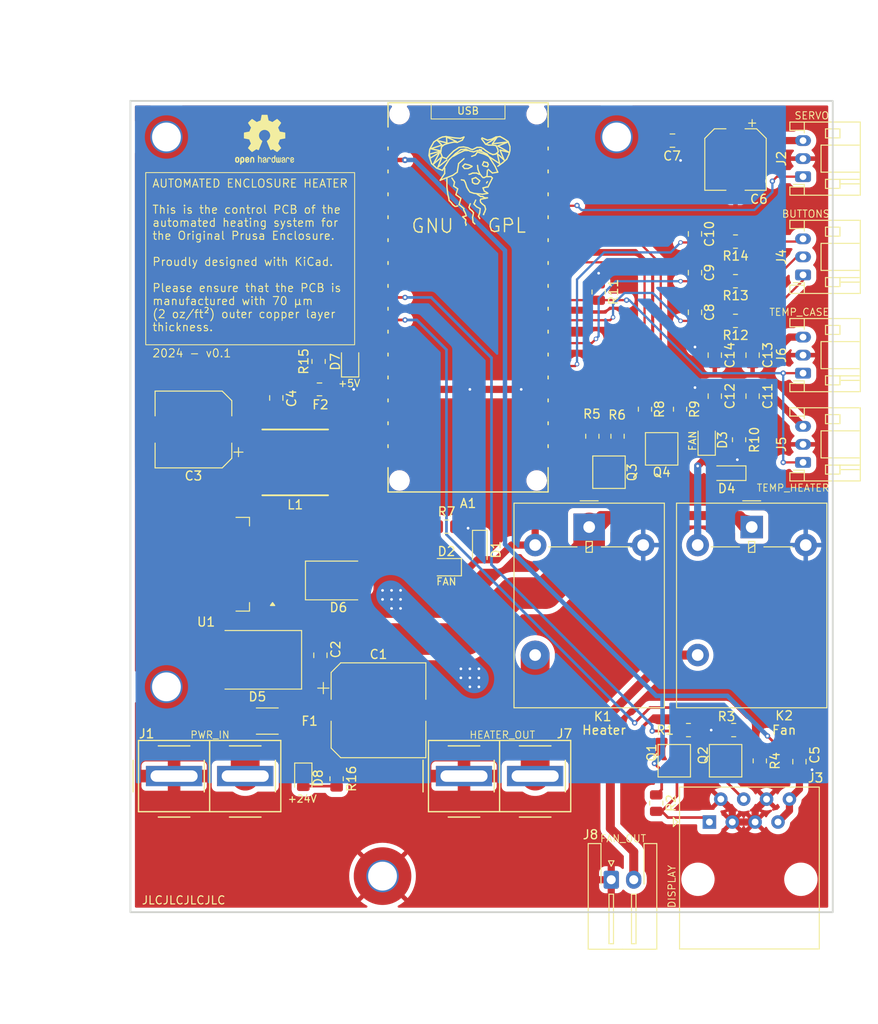
<source format=kicad_pcb>
(kicad_pcb (version 20240108) (generator "pcbnew") (generator_version "8.0")
  (layers (0 "F.Cu" signal) (31 "B.Cu" signal) (34 "B.Paste" user) (35 "F.Paste" user) (36 "B.SilkS" user "B.Silkscreen") (37 "F.SilkS" user "F.Silkscreen") (38 "B.Mask" user) (39 "F.Mask" user) (44 "Edge.Cuts" user))
  (net 0 "")
  (net 1 "/BUTTON_SELECT_GPIO")
  (net 2 "/TEMP_GPIO")
  (net 3 "+3.3V")
  (net 4 "GND")
  (net 5 "/HEATER_GPIO")
  (net 6 "/DISPLAY_SDA_GPIO")
  (net 7 "/BUTTON_DOWN_GPIO")
  (net 8 "/FAN_GPIO")
  (net 9 "/BUTTON_UP_GPIO")
  (net 10 "/DISPLAY_SCL_GPIO")
  (net 11 "/SERVO_GPIO")
  (net 12 "+5V")
  (net 13 "+24V")
  (net 14 "/+5V_LM2596_FEEDBACK")
  (net 15 "/HEATER_RELAY_COIL")
  (net 16 "Net-(D2-A)")
  (net 17 "Net-(D3-A)")
  (net 18 "/FAN_RELAY_COIL")
  (net 19 "/+5V_LM2596_OUT")
  (net 20 "/PWR_IN")
  (net 21 "/DISPLAY_SCL_OUT")
  (net 22 "/DISPLAY_SDA_OUT")
  (net 23 "/BUTTON_SELECT_OUT")
  (net 24 "/BUTTON_UP_OUT")
  (net 25 "/BUTTON_DOWN_OUT")
  (net 26 "/HEATER_OUT")
  (net 27 "/FAN_OUT")
  (net 28 "Net-(Q3-G)")
  (net 29 "Net-(Q4-G)")
  (net 47 "Net-(D7-A)")
  (net 48 "Net-(D8-A)")
  (footprint "LED_SMD:LED_0805_2012Metric" (layer "F.Cu") (at 195.4 122.5375 -90)
    (property "Reference" "D8")
    (property "Value" "YELLOW")
  )
  (footprint "MountingHole:MountingHole_3.2mm_M3_Pad_TopOnly" (layer "F.Cu") (at 180.2 51.4 180)
    (property "Reference" "H2" (hide yes))
    (property "Value" "MountingHole_Pad" (hide yes))
  )
  (footprint "Resistor_SMD:R_0805_2012Metric" (layer "F.Cu") (at 227.5 84.6 90)
    (property "Reference" "R5")
    (property "Value" "1k")
  )
  (footprint "Connector_RJ:RJ45_Amphenol_54602-x08_Horizontal" (layer "F.Cu") (at 240.5 127.4)
    (property "Reference" "J3")
    (property "Value" "RJ45")
  )
  (footprint "LED_SMD:LED_0805_2012Metric" (layer "F.Cu") (at 211.275 99.1275 180)
    (property "Reference" "D2")
    (property "Value" "RED")
  )
  (footprint "Connector_JST:JST_PH_S3B-PH-K_1x03_P2.00mm_Horizontal" (layer "F.Cu") (at 250.9 87.5 90)
    (property "Reference" "J5")
    (property "Value" "DS18B20 Heater")
  )
  (footprint "Capacitor_SMD:C_0805_2012Metric" (layer "F.Cu") (at 241.1 75.6 -90)
    (property "Reference" "C14")
    (property "Value" "0.1u")
  )
  (footprint "Symbol:Symbol_GNU-Logo_SilkscreenTop" (layer "F.Cu") (at 214.1 55.1)
    (property "Reference" "REF**" (hide yes))
    (property "Value" "Symbol_GNU-Logo_SilkscreenTop" (hide yes))
  )
  (footprint "Connector_JST:JST_PH_S3B-PH-K_1x03_P2.00mm_Horizontal" (layer "F.Cu") (at 250.9 55.8 90)
    (property "Reference" "J2")
    (property "Value" "Servo")
  )
  (footprint "PCM_Package_TO_SOT_SMD_AKL:SOT-23" (layer "F.Cu") (at 229.35 88.5875 -90)
    (property "Reference" "Q3")
    (property "Value" "BSS138BK" (hide yes))
  )
  (footprint "Resistor_SMD:R_0805_2012Metric" (layer "F.Cu") (at 199.1 122.6 -90)
    (property "Reference" "R16")
    (property "Value" "2.2k")
  )
  (footprint "Resistor_SMD:R_0805_2012Metric" (layer "F.Cu") (at 230.3 84.6 -90)
    (property "Reference" "R6")
    (property "Value" "100k")
  )
  (footprint "Diode_SMD:D_MicroSMP_AK" (layer "F.Cu") (at 215 97.18 -90)
    (property "Reference" "D1")
    (property "Value" "MSE1PJ" (hide yes))
  )
  (footprint "Resistor_SMD:R_0805_2012Metric" (layer "F.Cu") (at 211.3125 94.6275 180)
    (property "Reference" "R7")
    (property "Value" "200")
  )
  (footprint "Capacitor_SMD:CP_Elec_6.3x5.9" (layer "F.Cu") (at 243.4 53.9 -90)
    (property "Reference" "C6")
    (property "Value" "120u")
  )
  (footprint "Library:Anderson_PowerPole_25A_Right_Angle_Pair" (layer "F.Cu") (at 217.2 122.3)
    (property "Reference" "J7")
    (property "Value" "PowerPole Heater Connector" (hide yes))
  )
  (footprint "Resistor_SMD:R_0805_2012Metric" (layer "F.Cu") (at 243.4 63)
    (property "Reference" "R14")
    (property "Value" "1k")
  )
  (footprint "Capacitor_SMD:C_0805_2012Metric" (layer "F.Cu") (at 238.9 70.85 90)
    (property "Reference" "C8")
    (property "Value" "0.47u")
  )
  (footprint "Capacitor_SMD:C_0805_2012Metric" (layer "F.Cu") (at 241.1 80.15 -90)
    (property "Reference" "C12")
    (property "Value" "0.1u")
  )
  (footprint "Diode_SMD:D_SMC" (layer "F.Cu") (at 190.3 109.4 180)
    (property "Reference" "D5")
    (property "Value" "SMCJ24A")
  )
  (footprint "Resistor_SMD:R_0805_2012Metric" (layer "F.Cu") (at 246.1 120.6125 90)
    (property "Reference" "R4")
    (property "Value" "10k")
  )
  (footprint "Capacitor_SMD:C_0805_2012Metric" (layer "F.Cu") (at 192.4 80.35 -90)
    (property "Reference" "C4")
    (property "Value" "0.1u")
  )
  (footprint "PCM_Package_TO_SOT_SMD_AKL:SOT-23" (layer "F.Cu") (at 236.6 120.6 90)
    (property "Reference" "Q1")
    (property "Value" "BSS138BK" (hide yes))
  )
  (footprint "Connector_JST:JST_XH_S2B-XH-A-1_1x02_P2.50mm_Horizontal" (layer "F.Cu") (at 229.6 133.8)
    (property "Reference" "J8")
    (property "Value" "JST-XH Fan Connector")
  )
  (footprint "Library:Relay_SPST_NO_Omron-G5LE-1A" (layer "F.Cu") (at 245.2 94.6725)
    (property "Reference" "K2")
    (property "Value" "G5LE-1A")
  )
  (footprint "MountingHole:MountingHole_3.2mm_M3_Pad_TopOnly" (layer "F.Cu") (at 204.2 133.4)
    (property "Reference" "H3" (hide yes))
    (property "Value" "MountingHole_Pad")
  )
  (footprint "Library:Anderson_PowerPole_25A_Right_Angle_Pair" (layer "F.Cu") (at 185 122.3)
    (property "Reference" "J1")
    (property "Value" "PowerPole Power in" (hide yes))
  )
  (footprint "Resistor_SMD:R_0805_2012Metric" (layer "F.Cu") (at 243.2 117.2)
    (property "Reference" "R3")
    (property "Value" "10k")
  )
  (footprint "Resistor_SMD:R_0805_2012Metric" (layer "F.Cu") (at 238.175 117.2 180)
    (property "Reference" "R1")
    (property "Value" "10k")
  )
  (footprint "Package_TO_SOT_SMD:TO-263-5_TabPin3" (layer "F.Cu") (at 184.6 98.8 180)
    (property "Reference" "U1")
    (property "Value" "LM2596S-5")
  )
  (footprint "Capacitor_SMD:C_0805_2012Metric" (layer "F.Cu") (at 245.3 75.6 -90)
    (property "Reference" "C13")
    (property "Value" "10u")
  )
  (footprint "Resistor_SMD:R_0805_2012Metric" (layer "F.Cu") (at 228.2 68.6 -90)
    (property "Reference" "R11")
    (property "Value" "4.7k")
  )
  (footprint "LED_SMD:LED_0805_2012Metric" (layer "F.Cu") (at 200.6 76.3375 90)
    (property "Reference" "D7")
    (property "Value" "GREEN")
  )
  (footprint "Connector_JST:JST_PH_S3B-PH-K_1x03_P2.00mm_Horizontal" (layer "F.Cu") (at 250.9 66.7 90)
    (property "Reference" "J4")
    (property "Value" "Buttons")
  )
  (footprint "Resistor_SMD:R_0805_2012Metric" (layer "F.Cu") (at 243.4 67.4)
    (property "Reference" "R13")
    (property "Value" "1k" (hide yes))
  )
  (footprint "Resistor_SMD:R_0805_2012Metric" (layer "F.Cu") (at 234.6 125.3 -90)
    (property "Reference" "R2")
    (property "Value" "10k")
  )
  (footprint "PCM_Package_TO_SOT_SMD_AKL:SOT-23" (layer "F.Cu") (at 235.2 86)
    (property "Reference" "Q4")
    (property "Value" "BSS138BK" (hide yes))
  )
  (footprint "Symbol:OSHW-Logo2_7.3x6mm_SilkScreen" (layer "F.Cu") (at 191.1 51.7)
    (property "Reference" "REF**" (hide yes))
    (property "Value" "OSHW-Logo2_7.3x6mm_SilkScreen" (hide yes))
  )
  (footprint "Resistor_SMD:R_0805_2012Metric" (layer "F.Cu") (at 197.1 76.3 90)
    (property "Reference" "R15")
    (property "Value" "300")
  )
  (footprint "Capacitor_SMD:C_0805_2012Metric" (layer "F.Cu") (at 236.4 51.8 180)
    (property "Reference" "C7")
    (property "Value" "0.1u")
  )
  (footprint "Diode_SMD:D_MicroSMP_AK" (layer "F.Cu") (at 242.42 88.7 180)
    (property "Reference" "D4")
    (property "Value" "MSE1PJ" (hide yes))
  )
  (footprint "LED_SMD:LED_0805_2012Metric" (layer "F.Cu") (at 240.2 85.025 90)
    (property "Reference" "D3")
    (property "Value" "RED")
  )
  (footprint "Connector_JST:JST_PH_S3B-PH-K_1x03_P2.00mm_Horizontal" (layer "F.Cu") (at 250.9 77.6 90)
    (property "Reference" "J6")
    (property "Value" "DS18B20 Case")
  )
  (footprint "Resistor_SMD:R_0805_2012Metric" (layer "F.Cu") (at 243.4 71.8)
    (property "Reference" "R12")
    (property "Value" "1k" (hide yes))
  )
  (footprint "Capacitor_SMD:C_0805_2012Metric" (layer "F.Cu") (at 245.3 80.15 -90)
    (property "Reference" "C11")
    (property "Value" "10u")
  )
  (footprint "PCM_arduino-library:Arduino_Nano_Every_Tile" (layer "F.Cu") (at 213.7 47.6 180)
    (property "Reference" "A1")
    (property "Value" "Arduino_Nano_Every_Tile")
  )
  (footprint "Resistor_SMD:R_0805_2012Metric" (layer "F.Cu") (at 243.8 84.9875 90)
    (property "Reference" "R10")
    (property "Value" "200")
  )
  (footprint "MountingHole:MountingHole_3.2mm_M3_Pad_TopOnly" (layer "F.Cu") (at 230.2 51.4 180)
    (property "Reference" "H1" (hide yes))
    (property "Value" "MountingHole_Pad" (hide yes))
  )
  (footprint "Resistor_SMD:R_0805_2012Metric" (layer "F.Cu") (at 237.2475 81.6 -90)
    (property "Reference" "R9")
    (property "Value" "100k")
  )
  (footprint "Capacitor_SMD:C_0805_2012Metric" (layer "F.Cu") (at 238.9 62.15 90)
    (property "Reference" "C10")
    (property "Value" "0.47u")
  )
  (footprint "Fuse:Fuse_0805_2012Metric" (layer "F.Cu") (at 197.2 79.4 180)
    (property "Reference" "F2")
    (property "Value" "0805L110")
  )
  (footprint "Library:Relay_SPST_NO_Omron-G5LE-1A" (layer "F.Cu") (at 227.15 94.6725)
    (property "Reference" "K1")
    (property "Value" "G5LE-1A")
  )
  (footprint "Fuse:Fuse_Littelfuse-NANO2-451_453" (layer "F.Cu") (at 191.4 116.2)
    (property "Reference" "F1")
    (property "Value" "0451010")
  )
  (footprint "Resistor_SMD:R_0805_2012Metric" (layer "F.Cu") (at 233.3475 81.6 90)
    (property "Reference" "R8")
    (property "Value" "1k")
  )
  (footprint "PCM_Package_TO_SOT_SMD_AKL:SOT-23" (layer "F.Cu") (at 242.3 120.6 180)
    (property "Reference" "Q2")
    (property "Value" "BSS138BK" (hide yes))
  )
  (footprint "MountingHole:MountingHole_3.2mm_M3_Pad_TopOnly" (layer "F.Cu") (at 180.2 112.4)
    (property "Reference" "H4" (hide yes))
    (property "Value" "MountingHole_Pad")
  )
  (footprint "Capacitor_SMD:C_0805_2012Metric" (layer "F.Cu") (at 238.9 66.45 90)
    (property "Reference" "C9")
    (property "Value" "0.47u")
  )
  (footprint "Library:L_Bourns_SRP7050WA_Series" (layer "F.Cu") (at 194.5 87.5 180)
    (property "Reference" "L1")
    (property "Value" "100u" (hide yes))
  )
  (footprint "Diode_SMD:D_SMB" (layer "F.Cu") (at 199.3 100.6)
    (property "Reference" "D6")
    (property "Value" "SK56A")
  )
  (footprint "Capacitor_SMD:CP_Elec_10x12.6" (layer "F.Cu") (at 203.75 115)
    (property "Reference" "C1")
    (property "Value" "150u")
  )
  (footprint "Library:CP_Elec_8x12.2_KEMET" (layer "F.Cu") (at 183.2 83.85 180)
    (property "Reference" "C3")
    (property "Value" "390u")
  )
  (footprint "Capacitor_SMD:C_0805_2012Metric" (layer "F.Cu") (at 197.3 108.9 90)
    (property "Reference" "C2")
    (property "Value" "0.1u")
  )
  (footprint "Capacitor_SMD:C_0805_2012Metric" (layer "F.Cu") (at 250.5 120.7 90)
    (property "Reference" "C5")
    (property "Value" "0.1u")
  )
  (gr_line (start 209.6 49.4) (end 209.6 47.8) (stroke (width 0.1)) (layer "F.SilkS"))
  (gr_line (start 217.8 49.4) (end 209.6 49.4) (stroke (width 0.1)) (layer "F.SilkS"))
  (gr_line (start 217.8 47.8) (end 217.8 49.4) (stroke (width 0.1)) (layer "F.SilkS"))
  (gr_rect (start 176.2 47.4) (end 254.2 137.4) (stroke (width 0.2)) (fill none) (layer "Edge.Cuts"))
  (gr_text "+5V" (at 199.2 79.2 0) (layer "F.SilkS") (effects (font (size 0.8 0.8) (thickness 0.125)) (justify left bottom)))
  (gr_text "FAN_OUT" (at 228.3 129.7 0) (layer "F.SilkS") (effects (font (size 0.8 0.8) (thickness 0.1)) (justify left bottom)))
  (gr_text "FAN" (at 210.1 101.2 0) (layer "F.SilkS") (effects (font (size 0.8 0.8) (thickness 0.125)) (justify left bottom)))
  (gr_text "TEMP_CASE" (at 247.1 71.3 0) (layer "F.SilkS") (effects (font (size 0.8 0.8) (thickness 0.1)) (justify left bottom)))
  (gr_text "JLCJLCJLCJLC" (at 177.4 136.6 0) (layer "F.SilkS") (effects (font (size 0.9 0.9) (thickness 0.125)) (justify left bottom)))
  (gr_text "PWR_IN" (at 182.8 118.2 0) (layer "F.SilkS") (effects (font (size 0.8 0.8) (thickness 0.1)) (justify left bottom)))
  (gr_text "BUTTONS" (at 248.5 60.4 0) (layer "F.SilkS") (effects (font (size 0.8 0.8) (thickness 0.1)) (justify left bottom)))
  (gr_text "+24V" (at 193.6 125.3 0) (layer "F.SilkS") (effects (font (size 0.8 0.8) (thickness 0.125)) (justify left bottom)))
  (gr_text "DISPLAY" (at 236.8 137 90) (layer "F.SilkS") (effects (font (size 0.8 0.8) (thickness 0.1)) (justify left bottom)))
  (gr_text "HEATER_OUT" (at 213.8 118.2 0) (layer "F.SilkS") (effects (font (size 0.8 0.8) (thickness 0.1)) (justify left bottom)))
  (gr_text "TEMP_HEATER" (at 245.7 90.8 0) (layer "F.SilkS") (effects (font (size 0.8 0.8) (thickness 0.1)) (justify left bottom)))
  (gr_text "FAN" (at 239.1 86.3 90) (layer "F.SilkS") (effects (font (size 0.8 0.8) (thickness 0.125)) (justify left bottom)))
  (gr_text "SERVO" (at 249.9 49.5 0) (layer "F.SilkS") (effects (font (size 0.8 0.8) (thickness 0.1)) (justify left bottom)))
  (gr_text_box "AUTOMATED ENCLOSURE HEATER\n\nThis is the control PCB of the automated heating system for the Original Prusa Enclosure.\n\nProudly designed with KiCad.\n\nPlease ensure that the PCB is manufactured with 70 μm\n(2 oz/ft²) outer copper layer thickness.\n\n2024 - v0.1" (start 177.9 55.35) (end 201.1 74.45) (layer "F.SilkS") (effects (font (size 0.9 0.9) (thickness 0.1125)) (justify left top)) (border yes) (stroke (width 0.1)))
  (segment (start 227.43 74.27) (end 223.225 74.27) (width 0.25) (layer "F.Cu") (net 1))
  (segment (start 238.9 67.4) (end 237.3 67.4) (width 0.25) (layer "F.Cu") (net 1))
  (segment (start 242.4875 67.4) (end 238.9 67.4) (width 0.25) (layer "F.Cu") (net 1))
  (segment (start 227.9 73.8) (end 227.43 74.27) (width 0.25) (layer "F.Cu") (net 1))
  (via (at 227.9 73.8) (size 0.5) (drill 0.3) (layers "F.Cu" "B.Cu") (net 1))
  (via (at 237.3 67.4) (size 0.5) (drill 0.3) (layers "F.Cu" "B.Cu") (net 1))
  (segment (start 228.2 73.5) (end 228.2 69.3) (width 0.25) (layer "B.Cu") (net 1))
  (segment (start 230.1 67.4) (end 237.3 67.4) (width 0.25) (layer "B.Cu") (net 1))
  (segment (start 228.2 69.3) (end 230.1 67.4) (width 0.25) (layer "B.Cu") (net 1))
  (segment (start 227.9 73.8) (end 228.2 73.5) (width 0.25) (layer "B.Cu") (net 1))
  (segment (start 231.3 69.5) (end 228.2125 69.5) (width 0.25) (layer "F.Cu") (net 2))
  (segment (start 250.9 87.5) (end 248.7 87.5) (width 0.25) (layer "F.Cu") (net 2))
  (segment (start 228.2125 69.5) (end 228.2 69.5125) (width 0.25) (layer "F.Cu") (net 2))
  (segment (start 250.9 77.6) (end 248.7 77.6) (width 0.25) (layer "F.Cu") (net 2))
  (segment (start 228.2 69.5125) (end 228.1875 69.5) (width 0.25) (layer "F.Cu") (net 2))
  (segment (start 223.535 69.5) (end 223.225 69.19) (width 0.25) (layer "F.Cu") (net 2))
  (segment (start 228.1875 69.5) (end 223.535 69.5) (width 0.25) (layer "F.Cu") (net 2))
  (via (at 231.3 69.5) (size 0.6) (drill 0.3) (layers "F.Cu" "B.Cu") (net 2))
  (via (at 248.7 77.6) (size 0.6) (drill 0.3) (layers "F.Cu" "B.Cu") (net 2))
  (via (at 248.7 87.5) (size 0.6) (drill 0.3) (layers "F.Cu" "B.Cu") (net 2))
  (segment (start 231.6 69.5) (end 239.7 77.6) (width 0.25) (layer "B.Cu") (net 2))
  (segment (start 239.7 77.6) (end 248.7 77.6) (width 0.25) (layer "B.Cu") (net 2))
  (segment (start 248.7 87.5) (end 248.7 77.6) (width 0.25) (layer "B.Cu") (net 2))
  (segment (start 231.3 69.5) (end 231.6 69.5) (width 0.25) (layer "B.Cu") (net 2))
  (segment (start 206.7 53.95) (end 204.475 53.95) (width 0.5) (layer "F.Cu") (net 3))
  (segment (start 247.55 120.383642) (end 246.408642 121.525) (width 0.3) (layer "F.Cu") (net 3))
  (segment (start 234.4 120.9) (end 235 121.5) (width 0.3) (layer "F.Cu") (net 3))
  (segment (start 235.1 121.6) (end 235 121.5) (width 0.3) (layer "F.Cu") (net 3))
  (segment (start 235.2 123.7875) (end 234.6 124.3875) (width 0.3) (layer "F.Cu") (net 3))
  (segment (start 246.1 121.525) (end 243.325 121.525) (width 0.3) (layer "F.Cu") (net 3))
  (segment (start 243.325 121.525) (end 243.3 121.55) (width 0.3) (layer "F.Cu") (net 3))
  (segment (start 235 121.5) (end 235.2 121.7) (width 0.3) (layer "F.Cu") (net 3))
  (segment (start 235.65 121.6) (end 235.1 121.6) (width 0.3) (layer "F.Cu") (net 3))
  (segment (start 246.95 117.85) (end 247.55 118.45) (width 0.3) (layer "F.Cu") (net 3))
  (segment (start 235.2 121.7) (end 235.2 123.7875) (width 0.3) (layer "F.Cu") (net 3))
  (segment (start 247.55 118.45) (end 247.55 120.383642) (width 0.3) (layer "F.Cu") (net 3))
  (segment (start 246.408642 121.525) (end 246.1 121.525) (width 0.3) (layer "F.Cu") (net 3))
  (via (at 246.95 117.85) (size 0.6) (drill 0.3) (layers "F.Cu" "B.Cu") (net 3))
  (via (at 206.7 53.95) (size 0.7) (drill 0.3) (layers "F.Cu" "B.Cu") (net 3))
  (via (at 234.4 120.9) (size 0.6) (drill 0.3) (layers "F.Cu" "B.Cu") (net 3))
  (segment (start 235.3 120) (end 235.3 113.4) (width 0.5) (layer "B.Cu") (net 3))
  (segment (start 234.6 113.4) (end 235.3 113.4) (width 0.5) (layer "B.Cu") (net 3))
  (segment (start 234.4 120.9) (end 235.3 120) (width 0.5) (layer "B.Cu") (net 3))
  (segment (start 206.7 53.95) (end 207.75 53.95) (width 0.5) (layer "B.Cu") (net 3))
  (segment (start 242.5 113.4) (end 235.3 113.4) (width 0.5) (layer "B.Cu") (net 3))
  (segment (start 246.95 117.85) (end 242.5 113.4) (width 0.5) (layer "B.Cu") (net 3))
  (segment (start 217.8 64) (end 217.8 96.6) (width 0.5) (layer "B.Cu") (net 3))
  (segment (start 217.8 96.6) (end 234.6 113.4) (width 0.5) (layer "B.Cu") (net 3))
  (segment (start 207.75 53.95) (end 217.8 64) (width 0.5) (layer "B.Cu") (net 3))
  (segment (start 243.04 127.4) (end 243.04 126.13) (width 0.8) (layer "F.Cu") (net 4))
  (segment (start 245.58 127.4) (end 245.58 126.13) (width 0.8) (layer "F.Cu") (net 4))
  (segment (start 243.04 127.4) (end 245.58 127.4) (width 0.8) (layer "F.Cu") (net 4))
  (segment (start 245.58 126.13) (end 246.85 124.86) (width 0.8) (layer "F.Cu") (net 4))
  (segment (start 243.04 126.13) (end 241.77 124.86) (width 0.8) (layer "F.Cu") (net 4))
  (via (at 213.9 112.4) (size 0.6) (drill 0.3) (layers "F.Cu" "B.Cu") (net 4))
  (via (at 214.9 111.4) (size 0.6) (drill 0.3) (layers "F.Cu" "B.Cu") (net 4))
  (via (at 205.2 102.7) (size 0.6) (drill 0.3) (layers "F.Cu" "B.Cu") (net 4))
  (via (at 212.9 110.4) (size 0.6) (drill 0.3) (layers "F.Cu" "B.Cu") (net 4))
  (via (at 206.2 101.7) (size 0.6) (drill 0.3) (layers "F.Cu" "B.Cu") (net 4))
  (via (at 213.9 110.4) (size 0.6) (drill 0.3) (layers "F.Cu" "B.Cu") (net 4))
  (via (at 205.2 101.7) (size 0.6) (drill 0.3) (layers "F.Cu" "B.Cu") (net 4))
  (via (at 214.9 110.4) (size 0.6) (drill 0.3) (layers "F.Cu" "B.Cu") (net 4))
  (via (at 206.2 102.7) (size 0.6) (drill 0.3) (layers "F.Cu" "B.Cu") (net 4))
  (via (at 204.2 101.7) (size 0.6) (drill 0.3) (layers "F.Cu" "B.Cu") (net 4))
  (via (at 205.2 103.7) (size 0.6) (drill 0.3) (layers "F.Cu" "B.Cu") (net 4))
  (via (at 204.2 102.7) (size 0.6) (drill 0.3) (layers "F.Cu" "B.Cu") (net 4))
  (via (at 206.2 103.7) (size 0.6) (drill 0.3) (layers "F.Cu" "B.Cu") (net 4))
  (via (at 214.9 112.4) (size 0.6) (drill 0.3) (layers "F.Cu" "B.Cu") (net 4))
  (via (at 213.9 111.4) (size 0.6) (drill 0.3) (layers "F.Cu" "B.Cu") (net 4))
  (via (at 212.9 111.4) (size 0.6) (drill 0.3) (layers "F.Cu" "B.Cu") (net 4))
  (segment (start 205.1 102.2) (end 214.4 111.5) (width 3.2) (layer "B.Cu") (net 4))
  (segment (start 224.15 66.65) (end 223.225 66.65) (width 0.25) (layer "F.Cu") (net 5))
  (segment (start 233.3 76.6) (end 233.3 66.5) (width 0.25) (layer "F.Cu") (net 5))
  (segment (start 227.5 82.4) (end 233.3 76.6) (width 0.25) (layer "F.Cu") (net 5))
  (segment (start 233.3 66.5) (end 232.1 65.3) (width 0.25) (layer "F.Cu") (net 5))
  (segment (start 225.5 65.3) (end 224.15 66.65) (width 0.25) (layer "F.Cu") (net 5))
  (segment (start 227.5 83.6875) (end 227.5 82.4) (width 0.25) (layer "F.Cu") (net 5))
  (segment (start 232.1 65.3) (end 225.5 65.3) (width 0.25) (layer "F.Cu") (net 5))
  (segment (start 204.185 69.2) (end 204.175 69.19) (width 0.3) (layer "F.Cu") (net 6))
  (segment (start 206.7 69.2) (end 204.185 69.2) (width 0.3) (layer "F.Cu") (net 6))
  (segment (start 236.0375 117.3) (end 236.6 117.8625) (width 0.3) (layer "F.Cu") (net 6))
  (segment (start 234.15 117.3) (end 236.0375 117.3) (width 0.3) (layer "F.Cu") (net 6))
  (segment (start 236.5 119.6) (end 236.4 119.6) (width 0.25) (layer "F.Cu") (net 6))
  (segment (start 237.2625 117.2) (end 236.6 117.8625) (width 0.3) (layer "F.Cu") (net 6))
  (segment (start 236.6 119.6) (end 236.6 117.8625) (width 0.3) (layer "F.Cu") (net 6))
  (via (at 206.7 69.2) (size 0.6) (drill 0.3) (layers "F.Cu" "B.Cu") (net 6))
  (via (at 234.15 117.3) (size 0.6) (drill 0.3) (layers "F.Cu" "B.Cu") (net 6))
  (segment (start 209.6 69.2) (end 206.7 69.2) (width 0.3) (layer "B.Cu") (net 6))
  (segment (start 216.3 98.85) (end 216.3 75.9) (width 0.3) (layer "B.Cu") (net 6))
  (segment (start 234.15 117.3) (end 234.15 116.7) (width 0.3) (layer "B.Cu") (net 6))
  (segment (start 216.3 75.9) (end 209.6 69.2) (width 0.3) (layer "B.Cu") (net 6))
  (segment (start 234.15 116.7) (end 216.3 98.85) (width 0.3) (layer "B.Cu") (net 6))
  (segment (start 229.47 71.73) (end 223.225 71.73) (width 0.25) (layer "F.Cu") (net 7))
  (segment (start 229.8 71.4) (end 229.47 71.73) (width 0.25) (layer "F.Cu") (net 7))
  (segment (start 242.4875 71.8) (end 238.9 71.8) (width 0.25) (layer "F.Cu") (net 7))
  (segment (start 238.9 71.8) (end 237.3 71.8) (width 0.25) (layer "F.Cu") (net 7))
  (via (at 237.3 71.8) (size 0.5) (drill 0.3) (layers "F.Cu" "B.Cu") (net 7))
  (via (at 229.8 71.4) (size 0.5) (drill 0.3) (layers "F.Cu" "B.Cu") (net 7))
  (segment (start 231.074695 68.7) (end 234.2 68.7) (width 0.25) (layer "B.Cu") (net 7))
  (segment (start 234.2 68.7) (end 237.3 71.8) (width 0.25) (layer "B.Cu") (net 7))
  (segment (start 229.8 71.4) (end 229.8 69.974695) (width 0.25) (layer "B.Cu") (net 7))
  (segment (start 229.8 69.974695) (end 231.074695 68.7) (width 0.25) (layer "B.Cu") (net 7))
  (segment (start 235.1 78.935) (end 235.1 65.5) (width 0.25) (layer "F.Cu") (net 8))
  (segment (start 233.3475 80.6875) (end 235.1 78.935) (width 0.25) (layer "F.Cu") (net 8))
  (segment (start 235.1 65.5) (end 232.7 63.1) (width 0.25) (layer "F.Cu") (net 8))
  (segment (start 224.235 63.1) (end 223.225 64.11) (width 0.25) (layer "F.Cu") (net 8))
  (segment (start 232.7 63.1) (end 224.235 63.1) (width 0.25) (layer "F.Cu") (net 8))
  (segment (start 225.59 76.81) (end 223.225 76.81) (width 0.25) (layer "F.Cu") (net 9))
  (segment (start 238.9 63.1) (end 237.3 63.1) (width 0.25) (layer "F.Cu") (net 9))
  (segment (start 239 63) (end 238.9 63.1) (width 0.25) (layer "F.Cu") (net 9))
  (segment (start 225.8 76.6) (end 225.59 76.81) (width 0.25) (layer "F.Cu") (net 9))
  (segment (start 242.4875 63) (end 239 63) (width 0.25) (layer "F.Cu") (net 9))
  (via (at 237.3 63.1) (size 0.5) (drill 0.3) (layers "F.Cu" "B.Cu") (net 9))
  (via (at 225.8 76.6) (size 0.5) (drill 0.3) (layers "F.Cu" "B.Cu") (net 9))
  (segment (start 228.8 64.2) (end 236.2 64.2) (width 0.25) (layer "B.Cu") (net 9))
  (segment (start 236.2 64.2) (end 237.3 63.1) (width 0.25) (layer "B.Cu") (net 9))
  (segment (start 225.8 67.2) (end 228.8 64.2) (width 0.25) (layer "B.Cu") (net 9))
  (segment (start 225.8 76.6) (end 225.8 67.2) (width 0.25) (layer "B.Cu") (net 9))
  (segment (start 244.1125 116.5) (end 244.1125 117.2) (width 0.3) (layer "F.Cu") (net 10))
  (segment (start 233.9 114.7) (end 242.3125 114.7) (width 0.3) (layer "F.Cu") (net 10))
  (segment (start 244.1125 117.2) (end 244.1125 117.508642) (width 0.3) (layer "F.Cu") (net 10))
  (segment (start 244.1125 117.508642) (end 242.971142 118.65) (width 0.3) (layer "F.Cu") (net 10))
  (segment (start 241.3 119.1) (end 241.3 120.6) (width 0.3) (layer "F.Cu") (net 10))
  (segment (start 242.971142 118.65) (end 241.75 118.65) (width 0.3) (layer "F.Cu") (net 10))
  (segment (start 241.75 118.65) (end 241.3 119.1) (width 0.3) (layer "F.Cu") (net 10))
  (segment (start 206.7 71.7) (end 204.205 71.7) (width 0.3) (layer "F.Cu") (net 10))
  (segment (start 232.2 116.4) (end 233.9 114.7) (width 0.3) (layer "F.Cu") (net 10))
  (segment (start 204.205 71.7) (end 204.175 71.73) (width 0.3) (layer "F.Cu") (net 10))
  (segment (start 242.3125 114.7) (end 244.1125 116.5) (width 0.3) (layer "F.Cu") (net 10))
  (via (at 206.7 71.7) (size 0.6) (drill 0.3) (layers "F.Cu" "B.Cu") (net 10))
  (via (at 232.2 116.4) (size 0.6) (drill 0.3) (layers "F.Cu" "B.Cu") (net 10))
  (segment (start 232.2 116.4) (end 211.3 95.5) (width 0.3) (layer "B.Cu") (net 10))
  (segment (start 208 71.7) (end 206.7 71.7) (width 0.3) (layer "B.Cu") (net 10))
  (segment (start 211.3 75) (end 208 71.7) (width 0.3) (layer "B.Cu") (net 10))
  (segment (start 211.3 95.5) (end 211.3 75) (width 0.3) (layer "B.Cu") (net 10))
  (segment (start 250.9 55.8) (end 248 55.8) (width 0.25) (layer "F.Cu") (net 11))
  (segment (start 225.77 59.03) (end 223.225 59.03) (width 0.25) (layer "F.Cu") (net 11))
  (segment (start 225.8 59) (end 225.77 59.03) (width 0.25) (layer "F.Cu") (net 11))
  (segment (start 248 55.8) (end 247.5 56.3) (width 0.25) (layer "F.Cu") (net 11))
  (via (at 225.8 59) (size 0.6) (drill 0.3) (layers "F.Cu" "B.Cu") (net 11))
  (via (at 247.5 56.3) (size 0.6) (drill 0.3) (layers "F.Cu" "B.Cu") (net 11))
  (segment (start 247.5 56.3) (end 247.5 57.5) (width 0.25) (layer "B.Cu") (net 11))
  (segment (start 247.5 57.5) (end 245.5 59.5) (width 0.25) (layer "B.Cu") (net 11))
  (segment (start 226.3 59.5) (end 225.8 59) (width 0.25) (layer "B.Cu") (net 11))
  (segment (start 245.5 59.5) (end 226.3 59.5) (width 0.25) (layer "B.Cu") (net 11))
  (segment (start 250.5 123.75) (end 250.5 121.65) (width 0.8) (layer "F.Cu") (net 12))
  (segment (start 198.1375 79.4) (end 201 79.4) (width 0.8) (layer "F.Cu") (net 12))
  (segment (start 228.2 66.5125) (end 228.2 67.6875) (width 0.5) (layer "F.Cu") (net 12))
  (segment (start 241.05 74.7) (end 241.1 74.65) (width 0.8) (layer "F.Cu") (net 12))
  (segment (start 249.39 126.13) (end 248.12 127.4) (width 0.8) (layer "F.Cu") (net 12))
  (segment (start 201 79.4) (end 204.125 79.4) (width 0.8) (layer "F.Cu") (net 12))
  (segment (start 246.6 79.2) (end 250.9 83.5) (width 0.8) (layer "F.Cu") (net 12))
  (segment (start 197.1625 77.275) (end 197.1 77.2125) (width 0.3) (layer "F.Cu") (net 12))
  (segment (start 219.6 79.4) (end 204.225 79.4) (width 0.8) (layer "F.Cu") (net 12))
  (segment (start 243.8 87) (end 243.8 85.9) (width 0.8) (layer "F.Cu") (net 12))
  (segment (start 215 96.1) (end 215 96.3) (width 0.8) (layer "F.Cu") (net 12))
  (segment (start 242.7 51.8) (end 243.4 51.1) (width 0.8) (layer "F.Cu") (net 12))
  (segment (start 204.125 79.4) (end 204.175 79.35) (width 0.8) (layer "F.Cu") (net 12))
  (segment (start 240.7 117.2) (end 242.2875 117.2) (width 0.8) (layer "F.Cu") (net 12))
  (segment (start 243.3 87.5) (end 243.3 88.7) (width 0.8) (layer "F.Cu") (net 12))
  (segment (start 249.39 124.86) (end 250.5 123.75) (width 0.8) (layer "F.Cu") (net 12))
  (segment (start 243.6 87.2) (end 243.8 87) (width 0.8) (layer "F.Cu") (net 12))
  (segment (start 244.1 51.8) (end 243.4 51.1) (width 0.8) (layer "F.Cu") (net 12))
  (segment (start 251.9 121.6) (end 250.55 121.6) (width 0.8) (layer "F.Cu") (net 12))
  (segment (start 238.9 74.7) (end 241.05 74.7) (width 0.8) (layer "F.Cu") (net 12))
  (segment (start 213.7 94.8) (end 215 96.1) (width 0.8) (layer "F.Cu") (net 12))
  (segment (start 245.3 74.65) (end 241.1 74.65) (width 0.8) (layer "F.Cu") (net 12))
  (segment (start 243.6 87.2) (end 243.3 87.5) (width 0.8) (layer "F.Cu") (net 12))
  (segment (start 249.4 73.6) (end 248.35 74.65) (width 0.8) (layer "F.Cu") (net 12))
  (segment (start 250.9 73.6) (end 249.4 73.6) (width 0.8) (layer "F.Cu") (net 12))
  (segment (start 200.6 77.275) (end 197.1625 77.275) (width 0.3) (layer "F.Cu") (net 12))
  (segment (start 241.1 79.2) (end 238.9 79.2) (width 0.8) (layer "F.Cu") (net 12))
  (segment (start 240.7 117.2) (end 239.0875 117.2) (width 0.8) (layer "F.Cu") (net 12))
  (segment (start 249.39 124.86) (end 249.39 126.13) (width 0.8) (layer "F.Cu") (net 12))
  (segment (start 201 79.4) (end 201 77.675) (width 0.3) (layer "F.Cu") (net 12))
  (segment (start 250.55 121.6) (end 250.5 121.65) (width 0.8) (layer "F.Cu") (net 12))
  (segment (start 237.35 51.8) (end 242.7 51.8) (width 0.8) (layer "F.Cu") (net 12))
  (segment (start 213.5275 94.6275) (end 212.225 94.6275) (width 0.8) (layer "F.Cu") (net 12))
  (segment (start 204.225 79.4) (end 204.175 79.35) (width 0.8) (layer "F.Cu") (net 12))
  (segment (start 201 77.675) (end 200.6 77.275) (width 0.3) (layer "F.Cu") (net 12))
  (segment (start 237.3 51.85) (end 237.3 54) (width 0.8) (layer "F.Cu") (net 12))
  (segment (start 241.1 79.2) (end 245.3 79.2) (width 0.8) (layer "F.Cu") (net 12))
  (segment (start 237.35 51.8) (end 237.3 51.85) (width 0.8) (layer "F.Cu") (net 12))
  (segment (start 250.9 51.8) (end 244.1 51.8) (width 0.8) (layer "F.Cu") (net 12))
  (segment (start 213.7 94.8) (end 213.5275 94.6275) (width 0.8) (layer "F.Cu") (net 12))
  (segment (start 245.3 79.2) (end 246.6 79.2) (width 0.8) (layer "F.Cu") (net 12))
  (segment (start 248.35 74.65) (end 245.3 74.65) (width 0.8) (layer "F.Cu") (net 12))
  (via (at 238.9 79.2) (size 0.8) (drill 0.3) (layers "F.Cu" "B.Cu") (net 12))
  (via (at 201 79.4) (size 0.8) (drill 0.3) (layers "F.Cu" "B.Cu") (net 12))
  (via (at 243.6 87.2) (size 0.8) (drill 0.3) (layers "F.Cu" "B.Cu") (net 12))
  (via (at 213.7 94.8) (size 0.8) (drill 0.3) (layers "F.Cu" "B.Cu") (net 12))
  (via (at 237.3 54) (size 0.8) (drill 0.3) (layers "F.Cu" "B.Cu") (net 12))
  (via (at 251.9 121.6) (size 0.8) (drill 0.3) (layers "F.Cu" "B.Cu") (net 12))
  (via (at 240.7 117.2) (size 0.7) (drill 0.3) (layers "F.Cu" "B.Cu") (net 12))
  (via (at 238.9 74.7) (size 0.8) (drill 0.3) (layers "F.Cu" "B.Cu") (net 12))
  (via (at 213.9 79.4) (size 0.8) (drill 0.3) (layers "F.Cu" "B.Cu") (net 12))
  (via (at 219.6 79.4) (size 0.8) (drill 0.3) (layers "F.Cu" "B.Cu") (net 12))
  (via (at 228.2 66.5125) (size 0.6) (drill 0.3) (layers "F.Cu" "B.Cu") (net 12))
  (segment (start 227.15 97.15) (end 227.15 96.15) (width 3.5) (layer "F.Cu") (net 13))
  (segment (start 197.3 111.15) (end 198.35 112.2) (width 1) (layer "F.Cu") (net 13))
  (segment (start 195.4 121.6) (end 195.4 121.3) (width 0.3) (layer "F.Cu") (net 13))
  (segment (start 227.15 96.15) (end 227.15 94.6725) (width 3.2) (layer "F.Cu") (net 13))
  (segment (start 193.7 107) (end 192.25 105.55) (width 1) (layer "F.Cu") (net 13))
  (segment (start 199.3 121.6875) (end 195.4875 121.6875) (width 0.3) (layer "F.Cu") (net 13))
  (segment (start 193.855 116.2) (end 194.35 116.2) (width 3.2) (layer "F.Cu") (net 13))
  (segment (start 198.35 112.2) (end 196.5 112.2) (width 3.2) (layer "F.Cu") (net 13))
  (segment (start 197.3 109.85) (end 197.3 111.15) (width 1) (layer "F.Cu") (net 13))
  (segment (start 195.55 115) (end 195.25 115.3) (width 1.9) (layer "F.Cu") (net 13))
  (segment (start 222.3 102) (end 227.15 97.15) (width 3.5) (layer "F.Cu") (net 13))
  (segment (start 195.4875 121.6875) (end 195.4 121.6) (width 0.3) (layer "F.Cu") (net 13))
  (segment (start 195.4 121.3) (end 194.4 120.3) (width 0.3) (layer "F.Cu") (net 13))
  (segment (start 196.5 112.2) (end 193.855 109.555) (width 3.2) (layer "F.Cu") (net 13))
  (segment (start 203.45 107.1) (end 213.6 107.1) (width 3.5) (layer "F.Cu") (net 13))
  (segment (start 243.9275 93.4) (end 245.2 94.6725) (width 1) (layer "F.Cu") (net 13))
  (segment (start 218.7 102) (end 222.3 102) (width 3.5) (layer "F.Cu") (net 13))
  (segment (start 228.4225 93.4) (end 243.9275 93.4) (width 1) (layer "F.Cu") (net 13))
  (segment (start 198.35 112.2) (end 203.45 107.1) (width 3.5) (layer "F.Cu") (net 13))
  (segment (start 193.855 116.2) (end 193.855 109.555) (width 3.2) (layer "F.Cu") (net 13))
  (segment (start 194.4 116.745) (end 193.855 116.2) (width 0.3) (layer "F.Cu") (net 13))
  (segment (start 227.15 94.6725) (end 228.4225 93.4) (width 1) (layer "F.Cu") (net 13))
  (segment (start 213.6 107.1) (end 218.7 102) (width 3.5) (layer "F.Cu") (net 13))
  (segment (start 192.25 105.55) (end 192.25 102.2) (width 1) (layer "F.Cu") (net 13))
  (segment (start 194.4 120.3) (end 194.4 116.745) (width 0.3) (layer "F.Cu") (net 13))
  (segment (start 199.4 115) (end 195.55 115) (width 1.9) (layer "F.Cu") (net 13))
  (segment (start 194.35 116.2) (end 198.35 112.2) (width 3.2) (layer "F.Cu") (net 13))
  (segment (start 195.25 115.3) (end 194.35 116.2) (width 3.2) (layer "F.Cu") (net 13))
  (segment (start 193.7 109.4) (end 193.7 107) (width 1) (layer "F.Cu") (net 13))
  (segment (start 188.9 89.675) (end 188.9 96.474694) (width 0.8) (layer "F.Cu") (net 14))
  (segment (start 191.075 87.5) (end 188.9 89.675) (width 0.8) (layer "F.Cu") (net 14))
  (segment (start 189.525306 97.1) (end 192.25 97.1) (width 0.8) (layer "F.Cu") (net 14))
  (segment (start 186.85 83.5) (end 190.95 79.4) (width 0.8) (layer "F.Cu") (net 14))
  (segment (start 191.475 87.5) (end 187.825 83.85) (width 0.8) (layer "F.Cu") (net 14))
  (segment (start 187.825 83.85) (end 186.85 83.85) (width 0.8) (layer "F.Cu") (net 14))
  (segment (start 192.4 79.4) (end 196.2625 79.4) (width 0.8) (layer "F.Cu") (net 14))
  (segment (start 191.475 87.5) (end 191.075 87.5) (width 0.8) (layer "F.Cu") (net 14))
  (segment (start 188.9 96.474694) (end 189.525306 97.1) (width 0.8) (layer "F.Cu") (net 14))
  (segment (start 190.95 79.4) (end 192.4 79.4) (width 0.8) (layer "F.Cu") (net 14))
  (segment (start 186.85 83.85) (end 186.85 83.5) (width 0.8) (layer "F.Cu") (net 14))
  (segment (start 214.7275 98.3) (end 213.9 99.1275) (width 0.8) (layer "F.Cu") (net 15))
  (segment (start 221.15 96.6725) (end 218.5275 96.6725) (width 0.8) (layer "F.Cu") (net 15))
  (segment (start 216.9 98.3) (end 215 98.3) (width 0.8) (layer "F.Cu") (net 15))
  (segment (start 221.15 94.25) (end 221.15 96.6725) (width 0.8) (layer "F.Cu") (net 15))
  (segment (start 225.8125 89.5875) (end 221.15 94.25) (width 0.8) (layer "F.Cu") (net 15))
  (segment (start 213.9 99.1275) (end 212.2125 99.1275) (width 0.8) (layer "F.Cu") (net 15))
  (segment (start 229.35 89.5875) (end 225.8125 89.5875) (width 0.8) (layer "F.Cu") (net 15))
  (segment (start 218.5275 96.6725) (end 216.9 98.3) (width 0.8) (layer "F.Cu") (net 15))
  (segment (start 212.3 99.215) (end 212.2125 99.1275) (width 0.8) (layer "F.Cu") (net 15))
  (segment (start 210.4 99.065) (end 210.3375 99.1275) (width 0.25) (layer "F.Cu") (net 16))
  (segment (start 210.4 94.6275) (end 210.4 99.065) (width 0.3) (layer "F.Cu") (net 16))
  (segment (start 240.2125 84.075) (end 240.2 84.0875) (width 0.25) (layer "F.Cu") (net 17))
  (segment (start 243.8 84.075) (end 240.2125 84.075) (width 0.25) (layer "F.Cu") (net 17))
  (segment (start 240.2 85.9625) (end 240.2 87.5) (width 0.8) (layer "F.Cu") (net 18))
  (segment (start 240.2 87.5) (end 241.4 88.7) (width 0.8) (layer "F.Cu") (net 18))
  (segment (start 239.2 87.9) (end 240.2 86.9) (width 0.8) (layer "F.Cu") (net 18))
  (segment (start 240.2 86.9) (end 240.2 85.9625) (width 0.8) (layer "F.Cu") (net 18))
  (segment (start 236.2375 85.9625) (end 236.2 86) (width 0.5) (layer "F.Cu") (net 18))
  (segment (start 240.2 85.9625) (end 236.2375 85.9625) (width 0.5) (layer "F.Cu") (net 18))
  (via (at 239.2 87.9) (size 0.8) (drill 0.3) (layers "F.Cu" "B.Cu") (net 18))
  (segment (start 239.2 87.9) (end 239.2 96.6725) (width 0.8) (layer "B.Cu") (net 18))
  (segment (start 197.15 87.875) (end 197.525 87.5) (width 1) (layer "F.Cu") (net 19))
  (segment (start 197.15 100.6) (end 197.15 87.875) (width 1) (layer "F.Cu") (net 19))
  (segment (start 197.05 100.5) (end 197.15 100.6) (width 1) (layer "F.Cu") (net 19))
  (segment (start 192.25 100.5) (end 197.05 100.5) (width 1) (layer "F.Cu") (net 19))
  (segment (start 188.945 122.295) (end 188.945 116.2) (width 3.2) (layer "F.Cu") (net 20))
  (segment (start 188.95 122.3) (end 188.945 122.295) (width 3.2) (layer "F.Cu") (net 20))
  (segment (start 243.35 119.7) (end 243.3 119.65) (width 0.3) (layer "F.Cu") (net 21))
  (segment (start 243.3 119.65) (end 242.2 120.75) (width 0.3) (layer "F.Cu") (net 21))
  (segment (start 246.1 119.7) (end 243.35 119.7) (width 0.3) (layer "F.Cu") (net 21))
  (segment (start 242.2 122.75) (end 244.31 124.86) (width 0.3) (layer "F.Cu") (net 21))
  (segment (start 242.2 120.75) (end 242.2 122.75) (width 0.3) (layer "F.Cu") (net 21))
  (segment (start 235.9 126.9) (end 240 126.9) (width 0.3) (layer "F.Cu") (net 22))
  (segment (start 234.6 126.2125) (end 235.1875 126.2125) (width 0.3) (layer "F.Cu") (net 22))
  (segment (start 237.55 121.95) (end 237.55 121.6) (width 0.3) (layer "F.Cu") (net 22))
  (segment (start 234.6 126.2125) (end 235.2125 126.2125) (width 0.3) (layer "F.Cu") (net 22))
  (segment (start 235.1875 126.2125) (end 236.9 124.5) (width 0.3) (layer "F.Cu") (net 22))
  (segment (start 236.9 122.6) (end 237.55 121.95) (width 0.3) (layer "F.Cu") (net 22))
  (segment (start 235.2125 126.2125) (end 235.9 126.9) (width 0.3) (layer "F.Cu") (net 22))
  (segment (start 240 126.9) (end 240.5 127.4) (width 0.3) (layer "F.Cu") (net 22))
  (segment (start 236.9 124.5) (end 236.9 122.6) (width 0.3) (layer "F.Cu") (net 22))
  (segment (start 250.2 64.7) (end 250.9 64.7) (width 0.25) (layer "F.Cu") (net 23))
  (segment (start 247.5 67.4) (end 250.2 64.7) (width 0.25) (layer "F.Cu") (net 23))
  (segment (start 244.3125 67.4) (end 247.5 67.4) (width 0.25) (layer "F.Cu") (net 23))
  (segment (start 244.3125 63) (end 250.6 63) (width 0.25) (layer "F.Cu") (net 24))
  (segment (start 250.6 63) (end 250.9 62.7) (width 0.25) (layer "F.Cu") (net 24))
  (segment (start 250.9 66.7) (end 250.9 67.3) (width 0.25) (layer "F.Cu") (net 25))
  (segment (start 246.4 71.8) (end 244.3125 71.8) (width 0.25) (layer "F.Cu") (net 25))
  (segment (start 250.9 67.3) (end 246.4 71.8) (width 0.25) (layer "F.Cu") (net 25))
  (segment (start 221.15 108.8725) (end 221.15 122.3) (width 3.2) (layer "F.Cu") (net 26))
  (segment (start 229.5 115.4) (end 229.5 128.1) (width 1) (layer "F.Cu") (net 27))
  (segment (start 236.0275 108.8725) (end 229.5 115.4) (width 1) (layer "F.Cu") (net 27))
  (segment (start 239.2 108.8725) (end 236.0275 108.8725) (width 1) (layer "F.Cu") (net 27))
  (segment (start 229.5 128.1) (end 232.1 130.7) (width 1) (layer "F.Cu") (net 27))
  (segment (start 232.1 130.7) (end 232.1 133.8) (width 1) (layer "F.Cu") (net 27))
  (segment (start 228.2 85.5125) (end 230.275 87.5875) (width 0.25) (layer "F.Cu") (net 28))
  (segment (start 230.275 87.5875) (end 230.3 87.5875) (width 0.25) (layer "F.Cu") (net 28))
  (segment (start 227.5 85.5125) (end 228.2 85.5125) (width 0.25) (layer "F.Cu") (net 28))
  (segment (start 230.3 85.5125) (end 230.3 87.5875) (width 0.25) (layer "F.Cu") (net 28))
  (segment (start 233.3475 84.1975) (end 234.2 85.05) (width 0.3) (layer "F.Cu") (net 29))
  (segment (start 236.7375 82.5125) (end 234.2 85.05) (width 0.3) (layer "F.Cu") (net 29))
  (segment (start 233.3475 82.5125) (end 233.3475 84.1975) (width 0.3) (layer "F.Cu") (net 29))
  (segment (start 237.2475 82.5125) (end 236.7375 82.5125) (width 0.3) (layer "F.Cu") (net 29))
  (segment (start 200.6 75.4) (end 197.1125 75.4) (width 0.3) (layer "F.Cu") (net 47))
  (segment (start 197.1125 75.4) (end 197.1 75.3875) (width 0.3) (layer "F.Cu") (net 47))
  (segment (start 199.2 123.4125) (end 195.4375 123.4125) (width 0.3) (layer "F.Cu") (net 48))
  (segment (start 195.4 123.45) (end 195.4 123.475) (width 0.25) (layer "F.Cu") (net 48))
  (segment (start 195.4375 123.4125) (end 195.4 123.45) (width 0.25) (layer "F.Cu") (net 48))
  (segment (start 199.3 123.5125) (end 199.2 123.4125) (width 0.3) (layer "F.Cu") (net 48))
  (zone (net 4) (net_name "GND") (layer "F.Cu") (name "GND") (connect_pads (clearance 0.5)) (min_thickness 0.25) (fill yes (thermal_gap 0.5) (thermal_bridge_width 0.5))
    (polygon (pts (xy 253.8 137) (xy 176.6 137) (xy 176.6 47.8) (xy 253.8 47.8)))
  )
  (zone (net 12) (net_name "+5V") (layer "B.Cu") (name "+5V") (priority 1) (connect_pads (clearance 0.5)) (min_thickness 0.25) (fill yes (thermal_gap 0.5) (thermal_bridge_width 0.5))
    (polygon (pts (xy 249 47.8) (xy 249 90.3) (xy 253.8 90.3) (xy 253.8 123.1) (xy 176.8 123.1) (xy 176.6 47.8)))
  )
)
</source>
